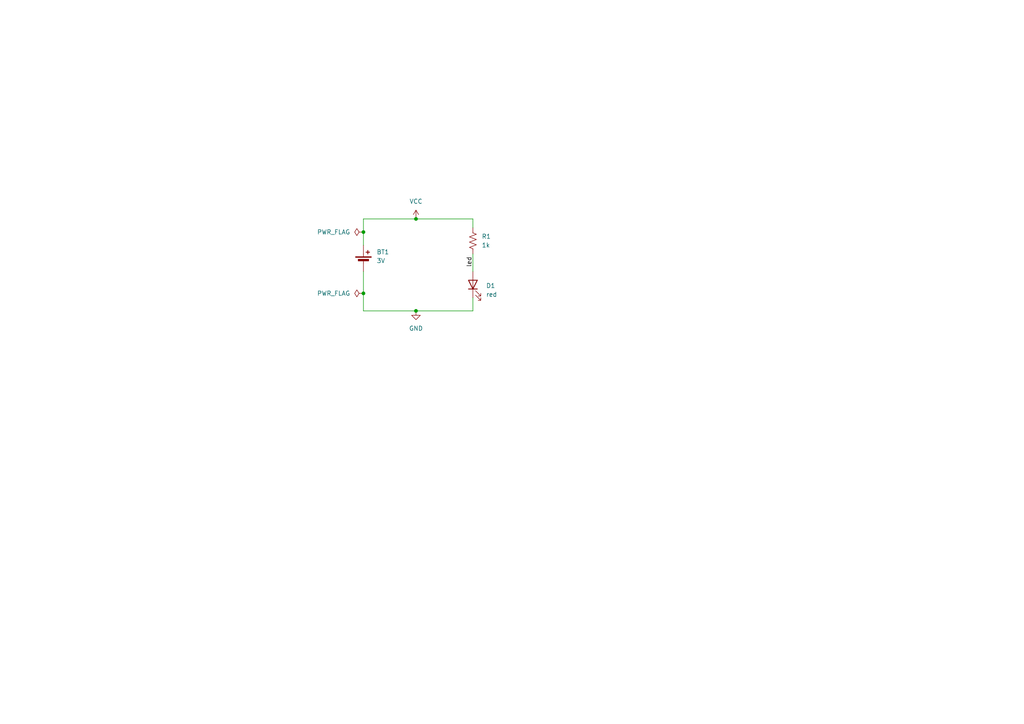
<source format=kicad_sch>
(kicad_sch (version 20230121) (generator eeschema)
  (paper "A4")
  (title_block (title "Test project"))
  (lib_symbols
    (symbol "Device:Battery_Cell" (pin_numbers hide) (pin_names (offset 0) hide)
      (property "Reference" "BT" (at 2.54 2.54 0))
      (property "Value" "Battery_Cell" (at 2.54 0 0))
      (symbol "Battery_Cell_0_1"
        (rectangle (start -2.286 1.778) (end 2.286 1.524) (fill (type outline)))
        (rectangle (start -1.524 1.016) (end 1.524 0.508) (fill (type outline)))
        (polyline (pts (xy 0 0.762) (xy 0 0)))
        (polyline (pts (xy 0 1.778) (xy 0 2.54)))
        (polyline (pts (xy 0.762 3.048) (xy 1.778 3.048)) (stroke (width 0.254)))
        (polyline (pts (xy 1.27 3.556) (xy 1.27 2.54)) (stroke (width 0.254)))
      )
      (symbol "Battery_Cell_1_1"
        (pin passive line (at 0 5.08 270) (length 2.54) (name "+") (number "1"))
        (pin passive line (at 0 -2.54 90) (length 2.54) (name "-") (number "2"))
      )
    )
    (symbol "Device:LED" (pin_numbers hide) (pin_names (offset 1.016) hide)
      (property "Reference" "D" (at 0 2.54 0))
      (property "Value" "LED" (at 0 -2.54 0))
      (symbol "LED_0_1"
        (polyline (pts (xy -1.27 -1.27) (xy -1.27 1.27)) (stroke (width 0.254)))
        (polyline (pts (xy -1.27 0) (xy 1.27 0)))
        (polyline (pts (xy 1.27 -1.27) (xy 1.27 1.27) (xy -1.27 0) (xy 1.27 -1.27)) (stroke (width 0.254)))
        (polyline (pts (xy -3.048 -0.762) (xy -4.572 -2.286) (xy -3.81 -2.286) (xy -4.572 -2.286) (xy -4.572 -1.524)))
        (polyline (pts (xy -1.778 -0.762) (xy -3.302 -2.286) (xy -2.54 -2.286) (xy -3.302 -2.286) (xy -3.302 -1.524)))
      )
      (symbol "LED_1_1"
        (pin passive line (at -3.81 0 0) (length 2.54) (name "K") (number "1"))
        (pin passive line (at 3.81 0 180) (length 2.54) (name "A") (number "2"))
      )
    )
    (symbol "Device:R_US" (pin_numbers hide) (pin_names (offset 0))
      (property "Reference" "R" (at 2.54 0 90))
      (property "Value" "R_US" (at -2.54 0 90))
      (symbol "R_US_0_1"
        (polyline (pts (xy 0 -2.286) (xy 0 -2.54)))
        (polyline (pts (xy 0 2.286) (xy 0 2.54)))
        (polyline (pts (xy 0 -0.762) (xy 1.016 -1.143) (xy 0 -1.524) (xy -1.016 -1.905) (xy 0 -2.286)))
        (polyline (pts (xy 0 0.762) (xy 1.016 0.381) (xy 0 0) (xy -1.016 -0.381) (xy 0 -0.762)))
        (polyline (pts (xy 0 2.286) (xy 1.016 1.905) (xy 0 1.524) (xy -1.016 1.143) (xy 0 0.762)))
      )
      (symbol "R_US_1_1"
        (pin passive line (at 0 3.81 270) (length 1.27) (name "~") (number "1"))
        (pin passive line (at 0 -3.81 90) (length 1.27) (name "~") (number "2"))
      )
    )
    (symbol "power:GND" (power) (pin_names (offset 0))
      (property "Value" "GND" (at 0 -3.81 0))
      (symbol "GND_0_1"
        (polyline (pts (xy 0 0) (xy 0 -1.27) (xy 1.27 -1.27) (xy 0 -2.54) (xy -1.27 -1.27) (xy 0 -1.27)))
      )
      (symbol "GND_1_1"
        (pin power_in line (at 0 0 270) (length 0) hide (name "GND") (number "1"))
      )
    )
    (symbol "power:PWR_FLAG" (power) (pin_numbers hide) (pin_names (offset 0) hide)
      (property "Value" "PWR_FLAG" (at 0 3.81 0))
      (symbol "PWR_FLAG_0_0"
        (pin power_out line (at 0 0 90) (length 0) (name "pwr") (number "1"))
      )
      (symbol "PWR_FLAG_0_1"
        (polyline (pts (xy 0 0) (xy 0 1.27) (xy -1.016 1.905) (xy 0 2.54) (xy 1.016 1.905) (xy 0 1.27)))
      )
    )
    (symbol "power:VCC" (power) (pin_names (offset 0))
      (property "Value" "VCC" (at 0 3.81 0))
      (symbol "VCC_0_1"
        (polyline (pts (xy -0.762 1.27) (xy 0 2.54)))
        (polyline (pts (xy 0 0) (xy 0 2.54)))
        (polyline (pts (xy 0 2.54) (xy 0.762 1.27)))
      )
      (symbol "VCC_1_1"
        (pin power_in line (at 0 0 90) (length 0) hide (name "VCC") (number "1"))
      )
    )
  )
  (junction (at 105.41 67.31))
  (junction (at 120.65 63.5))
  (junction (at 120.65 90.17))
  (junction (at 105.41 85.09))
  (wire (pts (xy 120.65 63.5) (xy 137.16 63.5)))
  (wire (pts (xy 137.16 73.66) (xy 137.16 78.74)))
  (wire (pts (xy 137.16 90.17) (xy 120.65 90.17)))
  (wire (pts (xy 105.41 63.5) (xy 120.65 63.5)))
  (wire (pts (xy 120.65 90.17) (xy 105.41 90.17)))
  (wire (pts (xy 105.41 85.09) (xy 105.41 78.74)))
  (wire (pts (xy 105.41 90.17) (xy 105.41 85.09)))
  (wire (pts (xy 137.16 63.5) (xy 137.16 66.04)))
  (wire (pts (xy 105.41 71.12) (xy 105.41 67.31)))
  (wire (pts (xy 137.16 86.36) (xy 137.16 90.17)))
  (wire (pts (xy 105.41 67.31) (xy 105.41 63.5)))
  (label "led" (at 137.16 77.47 90))
  (symbol (lib_id "Device:R_US") (at 137.16 69.85 0) (unit 1)
    (property "Reference" "R1" (at 139.7 68.58 0) (effects (justify left)))
    (property "Value" "1k" (at 139.7 71.12 0) (effects (justify left)))
    (property "Footprint" "Resistor_THT:R_Axial_DIN0309_L9.0mm_D3.2mm_P12.70mm_Horizontal" (effects hide))
  )
  (symbol (lib_id "power:GND") (at 120.65 90.17 0) (unit 1)
    (property "Reference" "#PWR02" (effects hide))
    (property "Value" "GND" (at 120.65 95.25 0))
  )
  (symbol (lib_id "Device:Battery_Cell") (at 105.41 76.2 0) (unit 1)
    (property "Reference" "BT1" (at 109.22 73.0885 0) (effects (justify left)))
    (property "Value" "3V" (at 109.22 75.6285 0) (effects (justify left)))
    (property "Footprint" "Battery:BatteryHolder_Keystone_1058_1x2032" (effects hide))
  )
  (symbol (lib_id "power:PWR_FLAG") (at 105.41 67.31 90) (unit 1)
    (property "Reference" "#FLG01" (effects hide))
    (property "Value" "PWR_FLAG" (at 101.6 67.31 90) (effects (justify left)))
  )
  (symbol (lib_id "Device:LED") (at 137.16 82.55 90) (unit 1)
    (property "Reference" "D1" (at 140.97 82.8675 90) (effects (justify right)))
    (property "Value" "red" (at 140.97 85.4075 90) (effects (justify right)))
    (property "Footprint" "LED_THT:LED_D5.0mm" (effects hide))
  )
  (symbol (lib_id "power:PWR_FLAG") (at 105.41 85.09 90) (unit 1)
    (property "Reference" "#FLG02" (effects hide))
    (property "Value" "PWR_FLAG" (at 101.6 85.09 90) (effects (justify left)))
  )
  (symbol (lib_id "power:VCC") (at 120.65 63.5 0) (unit 1)
    (property "Reference" "#PWR01" (effects hide))
    (property "Value" "VCC" (at 120.65 58.42 0))
  )
)
</source>
